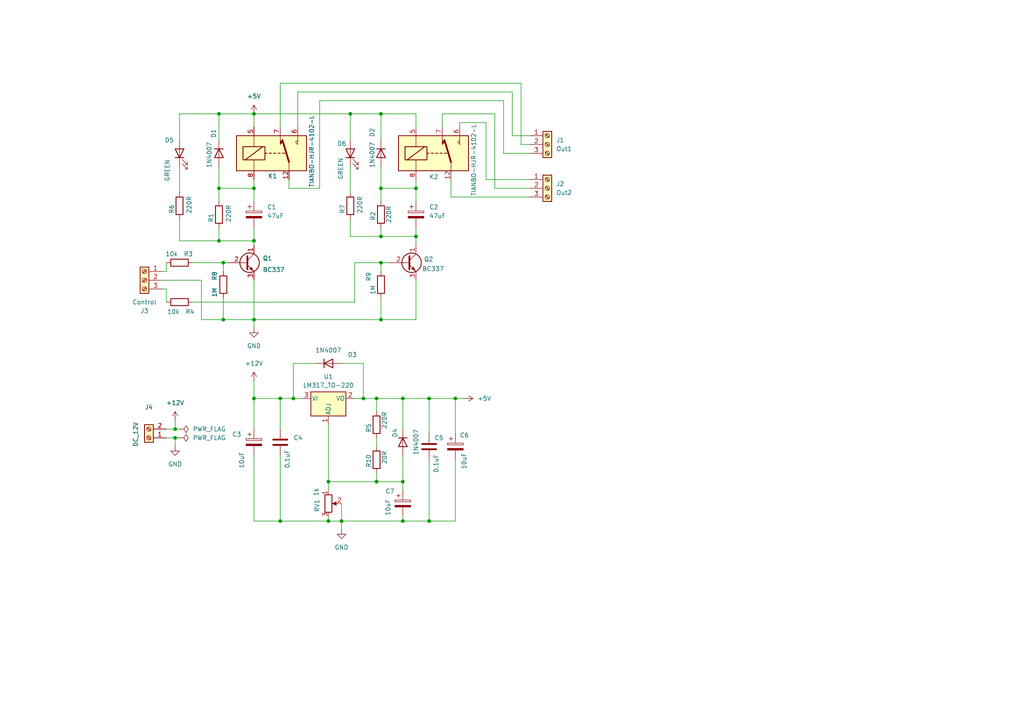
<source format=kicad_sch>
(kicad_sch (version 20231120) (generator "eeschema") (generator_version "8.0")
  (paper "A4")
  (lib_symbols
    (symbol "Connector:Screw_Terminal_01x02" (pin_names (offset 1.016) hide)
      (property "Reference" "J" (at 0 2.54 0))
      (property "Value" "Screw_Terminal_01x02" (at 0 -5.08 0))
      (symbol "Screw_Terminal_01x02_1_1"
        (rectangle (start -1.27 1.27) (end 1.27 -3.81) (stroke (width 0.254)) (fill (type background)))
        (circle (center 0 -2.54) (radius 0.635) (stroke (width 0.1524)))
        (polyline (pts (xy -0.5334 -2.2098) (xy 0.3302 -3.048)) (stroke (width 0.1524)))
        (polyline (pts (xy -0.5334 0.3302) (xy 0.3302 -0.508)) (stroke (width 0.1524)))
        (polyline (pts (xy -0.3556 -2.032) (xy 0.508 -2.8702)) (stroke (width 0.1524)))
        (polyline (pts (xy -0.3556 0.508) (xy 0.508 -0.3302)) (stroke (width 0.1524)))
        (circle (center 0 0) (radius 0.635) (stroke (width 0.1524)))
        (pin passive line (at -5.08 0 0) (length 3.81) (name "Pin_1") (number "1"))
        (pin passive line (at -5.08 -2.54 0) (length 3.81) (name "Pin_2") (number "2"))
      )
    )
    (symbol "Connector:Screw_Terminal_01x03" (pin_names (offset 1.016) hide)
      (property "Reference" "J" (at 0 5.08 0))
      (property "Value" "Screw_Terminal_01x03" (at 0 -5.08 0))
      (symbol "Screw_Terminal_01x03_1_1"
        (rectangle (start -1.27 3.81) (end 1.27 -3.81) (stroke (width 0.254)) (fill (type background)))
        (circle (center 0 -2.54) (radius 0.635) (stroke (width 0.1524)))
        (polyline (pts (xy -0.5334 -2.2098) (xy 0.3302 -3.048)) (stroke (width 0.1524)))
        (polyline (pts (xy -0.5334 0.3302) (xy 0.3302 -0.508)) (stroke (width 0.1524)))
        (polyline (pts (xy -0.5334 2.8702) (xy 0.3302 2.032)) (stroke (width 0.1524)))
        (polyline (pts (xy -0.3556 -2.032) (xy 0.508 -2.8702)) (stroke (width 0.1524)))
        (polyline (pts (xy -0.3556 0.508) (xy 0.508 -0.3302)) (stroke (width 0.1524)))
        (polyline (pts (xy -0.3556 3.048) (xy 0.508 2.2098)) (stroke (width 0.1524)))
        (circle (center 0 0) (radius 0.635) (stroke (width 0.1524)))
        (circle (center 0 2.54) (radius 0.635) (stroke (width 0.1524)))
        (pin passive line (at -5.08 2.54 0) (length 3.81) (name "Pin_1") (number "1"))
        (pin passive line (at -5.08 0 0) (length 3.81) (name "Pin_2") (number "2"))
        (pin passive line (at -5.08 -2.54 0) (length 3.81) (name "Pin_3") (number "3"))
      )
    )
    (symbol "Device:C" (pin_numbers hide) (pin_names (offset 0.254))
      (property "Reference" "C" (at 0.635 2.54 0))
      (property "Value" "C" (at 0.635 -2.54 0))
      (symbol "C_0_1"
        (polyline (pts (xy -2.032 -0.762) (xy 2.032 -0.762)) (stroke (width 0.508)))
        (polyline (pts (xy -2.032 0.762) (xy 2.032 0.762)) (stroke (width 0.508)))
      )
      (symbol "C_1_1"
        (pin passive line (at 0 3.81 270) (length 2.794) (name "~") (number "1"))
        (pin passive line (at 0 -3.81 90) (length 2.794) (name "~") (number "2"))
      )
    )
    (symbol "Device:C_Polarized" (pin_numbers hide) (pin_names (offset 0.254))
      (property "Reference" "C" (at 0.635 2.54 0))
      (property "Value" "C_Polarized" (at 0.635 -2.54 0))
      (symbol "C_Polarized_0_1"
        (rectangle (start -2.286 0.508) (end 2.286 1.016))
        (polyline (pts (xy -1.778 2.286) (xy -0.762 2.286)))
        (polyline (pts (xy -1.27 2.794) (xy -1.27 1.778)))
        (rectangle (start 2.286 -0.508) (end -2.286 -1.016) (fill (type outline)))
      )
      (symbol "C_Polarized_1_1"
        (pin passive line (at 0 3.81 270) (length 2.794) (name "~") (number "1"))
        (pin passive line (at 0 -3.81 90) (length 2.794) (name "~") (number "2"))
      )
    )
    (symbol "Device:LED" (pin_numbers hide) (pin_names (offset 1.016) hide)
      (property "Reference" "D" (at 0 2.54 0))
      (property "Value" "LED" (at 0 -2.54 0))
      (symbol "LED_0_1"
        (polyline (pts (xy -1.27 -1.27) (xy -1.27 1.27)) (stroke (width 0.254)))
        (polyline (pts (xy -1.27 0) (xy 1.27 0)))
        (polyline (pts (xy 1.27 -1.27) (xy 1.27 1.27) (xy -1.27 0) (xy 1.27 -1.27)) (stroke (width 0.254)))
        (polyline (pts (xy -3.048 -0.762) (xy -4.572 -2.286) (xy -3.81 -2.286) (xy -4.572 -2.286) (xy -4.572 -1.524)))
        (polyline (pts (xy -1.778 -0.762) (xy -3.302 -2.286) (xy -2.54 -2.286) (xy -3.302 -2.286) (xy -3.302 -1.524)))
      )
      (symbol "LED_1_1"
        (pin passive line (at -3.81 0 0) (length 2.54) (name "K") (number "1"))
        (pin passive line (at 3.81 0 180) (length 2.54) (name "A") (number "2"))
      )
    )
    (symbol "Device:R" (pin_numbers hide) (pin_names (offset 0))
      (property "Reference" "R" (at 2.032 0 90))
      (property "Value" "R" (at 0 0 90))
      (symbol "R_0_1"
        (rectangle (start -1.016 -2.54) (end 1.016 2.54) (stroke (width 0.254)))
      )
      (symbol "R_1_1"
        (pin passive line (at 0 3.81 270) (length 1.27) (name "~") (number "1"))
        (pin passive line (at 0 -3.81 90) (length 1.27) (name "~") (number "2"))
      )
    )
    (symbol "Device:R_Potentiometer" (pin_names (offset 1.016) hide)
      (property "Reference" "RV" (at -4.445 0 90))
      (property "Value" "R_Potentiometer" (at -2.54 0 90))
      (symbol "R_Potentiometer_0_1"
        (polyline (pts (xy 2.54 0) (xy 1.524 0)))
        (polyline (pts (xy 1.143 0) (xy 2.286 0.508) (xy 2.286 -0.508) (xy 1.143 0)) (fill (type outline)))
        (rectangle (start 1.016 2.54) (end -1.016 -2.54) (stroke (width 0.254)))
      )
      (symbol "R_Potentiometer_1_1"
        (pin passive line (at 0 3.81 270) (length 1.27) (name "1") (number "1"))
        (pin passive line (at 3.81 0 180) (length 1.27) (name "2") (number "2"))
        (pin passive line (at 0 -3.81 90) (length 1.27) (name "3") (number "3"))
      )
    )
    (symbol "Diode:1N4007" (pin_numbers hide) (pin_names hide)
      (property "Reference" "D" (at 0 2.54 0))
      (property "Value" "1N4007" (at 0 -2.54 0))
      (symbol "1N4007_0_1"
        (polyline (pts (xy -1.27 1.27) (xy -1.27 -1.27)) (stroke (width 0.254)))
        (polyline (pts (xy 1.27 0) (xy -1.27 0)))
        (polyline (pts (xy 1.27 1.27) (xy 1.27 -1.27) (xy -1.27 0) (xy 1.27 1.27)) (stroke (width 0.254)))
      )
      (symbol "1N4007_1_1"
        (pin passive line (at -3.81 0 0) (length 2.54) (name "K") (number "1"))
        (pin passive line (at 3.81 0 180) (length 2.54) (name "A") (number "2"))
      )
    )
    (symbol "Regulator_Linear:LM317_TO-220" (pin_names (offset 0.254))
      (property "Reference" "U" (at -3.81 3.175 0))
      (property "Value" "LM317_TO-220" (at 0 3.175 0))
      (symbol "LM317_TO-220_0_1"
        (rectangle (start -5.08 1.905) (end 5.08 -5.08) (stroke (width 0.254)) (fill (type background)))
      )
      (symbol "LM317_TO-220_1_1"
        (pin input line (at 0 -7.62 90) (length 2.54) (name "ADJ") (number "1"))
        (pin power_out line (at 7.62 0 180) (length 2.54) (name "VO") (number "2"))
        (pin power_in line (at -7.62 0 0) (length 2.54) (name "VI") (number "3"))
      )
    )
    (symbol "Relay:TIANBO-HJR-4102-L"
      (property "Reference" "K" (at 11.43 3.81 0))
      (property "Value" "TIANBO-HJR-4102-L" (at 11.43 1.27 0))
      (symbol "TIANBO-HJR-4102-L_0_0"
        (polyline (pts (xy 7.62 5.08) (xy 7.62 2.54) (xy 6.985 3.175) (xy 7.62 3.81)))
      )
      (symbol "TIANBO-HJR-4102-L_0_1"
        (rectangle (start -10.16 5.08) (end 10.16 -5.08) (stroke (width 0.254)) (fill (type background)))
        (rectangle (start -8.255 1.905) (end -1.905 -1.905) (stroke (width 0.254)))
        (polyline (pts (xy -7.62 -1.905) (xy -2.54 1.905)) (stroke (width 0.254)))
        (polyline (pts (xy -5.08 -5.08) (xy -5.08 -1.905)))
        (polyline (pts (xy -5.08 5.08) (xy -5.08 1.905)))
        (polyline (pts (xy -1.905 0) (xy -1.27 0)) (stroke (width 0.254)))
        (polyline (pts (xy -0.635 0) (xy 0 0)) (stroke (width 0.254)))
        (polyline (pts (xy 0.635 0) (xy 1.27 0)) (stroke (width 0.254)))
        (polyline (pts (xy 1.905 0) (xy 2.54 0)) (stroke (width 0.254)))
        (polyline (pts (xy 3.175 0) (xy 3.81 0)) (stroke (width 0.254)))
        (polyline (pts (xy 5.08 -2.54) (xy 3.175 3.81)) (stroke (width 0.508)))
        (polyline (pts (xy 5.08 -2.54) (xy 5.08 -5.08)))
        (polyline (pts (xy 2.54 5.08) (xy 2.54 2.54) (xy 3.175 3.175) (xy 2.54 3.81)) (fill (type outline)))
      )
      (symbol "TIANBO-HJR-4102-L_1_1"
        (pin passive line (at 5.08 -7.62 90) (length 2.54) (name "~") (number "12"))
        (pin passive line (at -5.08 7.62 270) (length 2.54) (name "~") (number "5"))
        (pin passive line (at 7.62 7.62 270) (length 2.54) (name "~") (number "6"))
        (pin passive line (at 2.54 7.62 270) (length 2.54) (name "~") (number "7"))
        (pin passive line (at -5.08 -7.62 90) (length 2.54) (name "~") (number "8"))
      )
    )
    (symbol "Transistor_BJT:BC337" (pin_names (offset 0) hide)
      (property "Reference" "Q" (at 5.08 1.905 0))
      (property "Value" "BC337" (at 5.08 0 0))
      (symbol "BC337_0_1"
        (polyline (pts (xy 0 0) (xy 0.635 0)))
        (polyline (pts (xy 0.635 0.635) (xy 2.54 2.54)))
        (polyline (pts (xy 0.635 -0.635) (xy 2.54 -2.54) (xy 2.54 -2.54)))
        (polyline (pts (xy 0.635 1.905) (xy 0.635 -1.905) (xy 0.635 -1.905)) (stroke (width 0.508)))
        (polyline (pts (xy 1.27 -1.778) (xy 1.778 -1.27) (xy 2.286 -2.286) (xy 1.27 -1.778) (xy 1.27 -1.778)) (fill (type outline)))
        (circle (center 1.27 0) (radius 2.8194) (stroke (width 0.254)))
      )
      (symbol "BC337_1_1"
        (pin passive line (at 2.54 5.08 270) (length 2.54) (name "C") (number "1"))
        (pin input line (at -5.08 0 0) (length 5.08) (name "B") (number "2"))
        (pin passive line (at 2.54 -5.08 90) (length 2.54) (name "E") (number "3"))
      )
    )
    (symbol "power:+12V" (power) (pin_numbers hide) (pin_names (offset 0) hide)
      (property "Value" "+12V" (at 0 3.556 0))
      (symbol "+12V_0_1"
        (polyline (pts (xy -0.762 1.27) (xy 0 2.54)))
        (polyline (pts (xy 0 0) (xy 0 2.54)))
        (polyline (pts (xy 0 2.54) (xy 0.762 1.27)))
      )
      (symbol "+12V_1_1"
        (pin power_in line (at 0 0 90) (length 0) (name "~") (number "1"))
      )
    )
    (symbol "power:+5V" (power) (pin_numbers hide) (pin_names (offset 0) hide)
      (property "Value" "+5V" (at 0 3.556 0))
      (symbol "+5V_0_1"
        (polyline (pts (xy -0.762 1.27) (xy 0 2.54)))
        (polyline (pts (xy 0 0) (xy 0 2.54)))
        (polyline (pts (xy 0 2.54) (xy 0.762 1.27)))
      )
      (symbol "+5V_1_1"
        (pin power_in line (at 0 0 90) (length 0) (name "~") (number "1"))
      )
    )
    (symbol "power:GND" (power) (pin_numbers hide) (pin_names (offset 0) hide)
      (property "Value" "GND" (at 0 -3.81 0))
      (symbol "GND_0_1"
        (polyline (pts (xy 0 0) (xy 0 -1.27) (xy 1.27 -1.27) (xy 0 -2.54) (xy -1.27 -1.27) (xy 0 -1.27)))
      )
      (symbol "GND_1_1"
        (pin power_in line (at 0 0 270) (length 0) (name "~") (number "1"))
      )
    )
    (symbol "power:PWR_FLAG" (power) (pin_numbers hide) (pin_names (offset 0) hide)
      (property "Value" "PWR_FLAG" (at 0 3.81 0))
      (symbol "PWR_FLAG_0_0"
        (pin power_out line (at 0 0 90) (length 0) (name "~") (number "1"))
      )
      (symbol "PWR_FLAG_0_1"
        (polyline (pts (xy 0 0) (xy 0 1.27) (xy -1.016 1.905) (xy 0 2.54) (xy 1.016 1.905) (xy 0 1.27)))
      )
    )
  )
  (junction (at 50.8 124.46))
  (junction (at 99.06 151.13))
  (junction (at 116.84 139.7))
  (junction (at 81.28 151.13))
  (junction (at 73.66 69.85))
  (junction (at 81.28 115.57))
  (junction (at 110.49 54.61))
  (junction (at 110.49 68.58))
  (junction (at 95.25 139.7))
  (junction (at 105.41 115.57))
  (junction (at 116.84 115.57))
  (junction (at 73.66 115.57))
  (junction (at 132.08 115.57))
  (junction (at 50.8 127))
  (junction (at 63.5 69.85))
  (junction (at 85.09 115.57))
  (junction (at 73.66 92.71))
  (junction (at 95.25 151.13))
  (junction (at 63.5 54.61))
  (junction (at 116.84 151.13))
  (junction (at 109.22 139.7))
  (junction (at 110.49 92.71))
  (junction (at 63.5 33.02))
  (junction (at 64.77 92.71))
  (junction (at 124.46 151.13))
  (junction (at 109.22 115.57))
  (junction (at 110.49 76.2))
  (junction (at 101.6 33.02))
  (junction (at 73.66 54.61))
  (junction (at 110.49 33.02))
  (junction (at 73.66 33.02))
  (junction (at 120.65 54.61))
  (junction (at 124.46 115.57))
  (junction (at 120.65 68.58))
  (junction (at 64.77 76.2))
  (wire (pts (xy 73.66 92.71) (xy 110.49 92.71)))
  (wire (pts (xy 48.26 124.46) (xy 50.8 124.46)))
  (wire (pts (xy 73.66 115.57) (xy 81.28 115.57)))
  (wire (pts (xy 120.65 33.02) (xy 120.65 36.83)))
  (wire (pts (xy 132.08 151.13) (xy 132.08 133.35)))
  (wire (pts (xy 116.84 139.7) (xy 116.84 142.24)))
  (wire (pts (xy 124.46 115.57) (xy 132.08 115.57)))
  (wire (pts (xy 124.46 133.35) (xy 124.46 151.13)))
  (wire (pts (xy 99.06 151.13) (xy 116.84 151.13)))
  (wire (pts (xy 58.42 92.71) (xy 64.77 92.71)))
  (wire (pts (xy 101.6 68.58) (xy 110.49 68.58)))
  (wire (pts (xy 63.5 33.02) (xy 52.07 33.02)))
  (wire (pts (xy 116.84 115.57) (xy 116.84 124.46)))
  (wire (pts (xy 46.99 78.74) (xy 48.26 78.74)))
  (wire (pts (xy 73.66 33.02) (xy 101.6 33.02)))
  (wire (pts (xy 151.13 41.91) (xy 153.67 41.91)))
  (wire (pts (xy 73.66 54.61) (xy 73.66 52.07)))
  (wire (pts (xy 73.66 81.28) (xy 73.66 92.71)))
  (wire (pts (xy 48.26 83.82) (xy 46.99 83.82)))
  (wire (pts (xy 87.63 115.57) (xy 85.09 115.57)))
  (wire (pts (xy 101.6 48.26) (xy 101.6 55.88)))
  (wire (pts (xy 116.84 149.86) (xy 116.84 151.13)))
  (wire (pts (xy 102.87 76.2) (xy 110.49 76.2)))
  (wire (pts (xy 110.49 33.02) (xy 120.65 33.02)))
  (wire (pts (xy 73.66 54.61) (xy 73.66 58.42)))
  (wire (pts (xy 81.28 115.57) (xy 81.28 124.46)))
  (wire (pts (xy 63.5 33.02) (xy 63.5 40.64)))
  (wire (pts (xy 140.97 52.07) (xy 153.67 52.07)))
  (wire (pts (xy 148.59 39.37) (xy 148.59 26.67)))
  (wire (pts (xy 140.97 35.56) (xy 140.97 52.07)))
  (wire (pts (xy 128.27 33.02) (xy 128.27 36.83)))
  (wire (pts (xy 52.07 127) (xy 50.8 127)))
  (wire (pts (xy 63.5 48.26) (xy 63.5 54.61)))
  (wire (pts (xy 120.65 52.07) (xy 120.65 54.61)))
  (wire (pts (xy 81.28 24.13) (xy 151.13 24.13)))
  (wire (pts (xy 99.06 151.13) (xy 99.06 146.05)))
  (wire (pts (xy 50.8 124.46) (xy 50.8 121.92)))
  (wire (pts (xy 120.65 68.58) (xy 120.65 66.04)))
  (wire (pts (xy 128.27 33.02) (xy 143.51 33.02)))
  (wire (pts (xy 81.28 151.13) (xy 95.25 151.13)))
  (wire (pts (xy 133.35 35.56) (xy 133.35 36.83)))
  (wire (pts (xy 120.65 54.61) (xy 120.65 58.42)))
  (wire (pts (xy 81.28 132.08) (xy 81.28 151.13)))
  (wire (pts (xy 63.5 69.85) (xy 63.5 66.04)))
  (wire (pts (xy 102.87 87.63) (xy 102.87 76.2)))
  (wire (pts (xy 58.42 81.28) (xy 58.42 92.71)))
  (wire (pts (xy 102.87 115.57) (xy 105.41 115.57)))
  (wire (pts (xy 110.49 66.04) (xy 110.49 68.58)))
  (wire (pts (xy 120.65 68.58) (xy 120.65 71.12)))
  (wire (pts (xy 46.99 81.28) (xy 58.42 81.28)))
  (wire (pts (xy 55.88 76.2) (xy 64.77 76.2)))
  (wire (pts (xy 99.06 105.41) (xy 105.41 105.41)))
  (wire (pts (xy 92.71 29.21) (xy 92.71 54.61)))
  (wire (pts (xy 124.46 115.57) (xy 124.46 125.73)))
  (wire (pts (xy 105.41 115.57) (xy 109.22 115.57)))
  (wire (pts (xy 95.25 151.13) (xy 99.06 151.13)))
  (wire (pts (xy 48.26 87.63) (xy 48.26 83.82)))
  (wire (pts (xy 110.49 92.71) (xy 120.65 92.71)))
  (wire (pts (xy 105.41 105.41) (xy 105.41 115.57)))
  (wire (pts (xy 73.66 66.04) (xy 73.66 69.85)))
  (wire (pts (xy 73.66 92.71) (xy 73.66 95.25)))
  (wire (pts (xy 120.65 92.71) (xy 120.65 81.28)))
  (wire (pts (xy 133.35 35.56) (xy 140.97 35.56)))
  (wire (pts (xy 63.5 54.61) (xy 73.66 54.61)))
  (wire (pts (xy 110.49 68.58) (xy 120.65 68.58)))
  (wire (pts (xy 95.25 149.86) (xy 95.25 151.13)))
  (wire (pts (xy 64.77 76.2) (xy 64.77 78.74)))
  (wire (pts (xy 109.22 115.57) (xy 116.84 115.57)))
  (wire (pts (xy 95.25 139.7) (xy 109.22 139.7)))
  (wire (pts (xy 95.25 139.7) (xy 95.25 142.24)))
  (wire (pts (xy 73.66 110.49) (xy 73.66 115.57)))
  (wire (pts (xy 143.51 54.61) (xy 153.67 54.61)))
  (wire (pts (xy 110.49 40.64) (xy 110.49 33.02)))
  (wire (pts (xy 101.6 63.5) (xy 101.6 68.58)))
  (wire (pts (xy 52.07 63.5) (xy 52.07 69.85)))
  (wire (pts (xy 130.81 57.15) (xy 153.67 57.15)))
  (wire (pts (xy 73.66 33.02) (xy 63.5 33.02)))
  (wire (pts (xy 132.08 115.57) (xy 132.08 125.73)))
  (wire (pts (xy 143.51 33.02) (xy 143.51 54.61)))
  (wire (pts (xy 63.5 69.85) (xy 73.66 69.85)))
  (wire (pts (xy 110.49 76.2) (xy 110.49 78.74)))
  (wire (pts (xy 86.36 26.67) (xy 86.36 36.83)))
  (wire (pts (xy 85.09 105.41) (xy 85.09 115.57)))
  (wire (pts (xy 110.49 54.61) (xy 110.49 58.42)))
  (wire (pts (xy 73.66 151.13) (xy 81.28 151.13)))
  (wire (pts (xy 64.77 86.36) (xy 64.77 92.71)))
  (wire (pts (xy 101.6 33.02) (xy 101.6 40.64)))
  (wire (pts (xy 99.06 151.13) (xy 99.06 153.67)))
  (wire (pts (xy 52.07 69.85) (xy 63.5 69.85)))
  (wire (pts (xy 52.07 33.02) (xy 52.07 40.64)))
  (wire (pts (xy 85.09 115.57) (xy 81.28 115.57)))
  (wire (pts (xy 63.5 54.61) (xy 63.5 58.42)))
  (wire (pts (xy 132.08 115.57) (xy 134.62 115.57)))
  (wire (pts (xy 92.71 54.61) (xy 83.82 54.61)))
  (wire (pts (xy 48.26 127) (xy 50.8 127)))
  (wire (pts (xy 55.88 87.63) (xy 102.87 87.63)))
  (wire (pts (xy 148.59 39.37) (xy 153.67 39.37)))
  (wire (pts (xy 146.05 29.21) (xy 92.71 29.21)))
  (wire (pts (xy 95.25 123.19) (xy 95.25 139.7)))
  (wire (pts (xy 52.07 124.46) (xy 50.8 124.46)))
  (wire (pts (xy 101.6 33.02) (xy 110.49 33.02)))
  (wire (pts (xy 116.84 115.57) (xy 124.46 115.57)))
  (wire (pts (xy 110.49 48.26) (xy 110.49 54.61)))
  (wire (pts (xy 73.66 36.83) (xy 73.66 33.02)))
  (wire (pts (xy 110.49 76.2) (xy 113.03 76.2)))
  (wire (pts (xy 91.44 105.41) (xy 85.09 105.41)))
  (wire (pts (xy 151.13 24.13) (xy 151.13 41.91)))
  (wire (pts (xy 73.66 69.85) (xy 73.66 71.12)))
  (wire (pts (xy 130.81 52.07) (xy 130.81 57.15)))
  (wire (pts (xy 73.66 132.08) (xy 73.66 151.13)))
  (wire (pts (xy 109.22 127) (xy 109.22 129.54)))
  (wire (pts (xy 64.77 92.71) (xy 73.66 92.71)))
  (wire (pts (xy 48.26 78.74) (xy 48.26 76.2)))
  (wire (pts (xy 83.82 54.61) (xy 83.82 52.07)))
  (wire (pts (xy 116.84 132.08) (xy 116.84 139.7)))
  (wire (pts (xy 124.46 151.13) (xy 132.08 151.13)))
  (wire (pts (xy 110.49 54.61) (xy 120.65 54.61)))
  (wire (pts (xy 52.07 48.26) (xy 52.07 55.88)))
  (wire (pts (xy 109.22 137.16) (xy 109.22 139.7)))
  (wire (pts (xy 50.8 127) (xy 50.8 129.54)))
  (wire (pts (xy 110.49 86.36) (xy 110.49 92.71)))
  (wire (pts (xy 109.22 115.57) (xy 109.22 119.38)))
  (wire (pts (xy 116.84 151.13) (xy 124.46 151.13)))
  (wire (pts (xy 81.28 24.13) (xy 81.28 36.83)))
  (wire (pts (xy 153.67 44.45) (xy 146.05 44.45)))
  (wire (pts (xy 109.22 139.7) (xy 116.84 139.7)))
  (wire (pts (xy 148.59 26.67) (xy 86.36 26.67)))
  (wire (pts (xy 64.77 76.2) (xy 66.04 76.2)))
  (wire (pts (xy 146.05 44.45) (xy 146.05 29.21)))
  (wire (pts (xy 73.66 115.57) (xy 73.66 124.46)))
  (symbol (lib_id "Device:R") (at 64.77 82.55 180) (unit 1)
    (property "Reference" "R8" (at 62.23 80.01 90))
    (property "Value" "1M" (at 62.23 84.836 90))
    (property "Footprint" "Resistor_THT:R_Axial_DIN0204_L3.6mm_D1.6mm_P7.62mm_Horizontal" (effects (hide yes)))
    (property "Description" "Resistor" (effects (hide yes)))
  )
  (symbol (lib_id "power:+12V") (at 73.66 110.49 0) (unit 1)
    (property "Reference" "#PWR05" (effects (hide yes)))
    (property "Value" "+12V" (at 73.66 105.41 0))
    (property "Description" "Power symbol creates a global label with name \"+12V\"" (effects (hide yes)))
  )
  (symbol (lib_id "Device:R") (at 110.49 82.55 180) (unit 1)
    (property "Reference" "R9" (at 106.934 80.264 90))
    (property "Value" "1M" (at 108.204 84.074 90))
    (property "Footprint" "Resistor_THT:R_Axial_DIN0204_L3.6mm_D1.6mm_P7.62mm_Horizontal" (effects (hide yes)))
    (property "Description" "Resistor" (effects (hide yes)))
  )
  (symbol (lib_id "Device:C") (at 81.28 128.27 0) (unit 1)
    (property "Reference" "C4" (at 85.09 126.9999 0) (effects (justify left)))
    (property "Value" "0.1uF" (at 83.312 135.89 90) (effects (justify left)))
    (property "Footprint" "Capacitor_THT:C_Disc_D3.0mm_W2.0mm_P2.50mm" (effects (hide yes)))
    (property "Description" "Unpolarized capacitor" (effects (hide yes)))
  )
  (symbol (lib_id "Device:R") (at 52.07 87.63 90) (unit 1)
    (property "Reference" "R4" (at 55.118 90.424 90))
    (property "Value" "10k" (at 50.292 90.424 90))
    (property "Footprint" "Resistor_THT:R_Axial_DIN0204_L3.6mm_D1.6mm_P7.62mm_Horizontal" (effects (hide yes)))
    (property "Description" "Resistor" (effects (hide yes)))
  )
  (symbol (lib_id "Device:C_Polarized") (at 73.66 62.23 0) (unit 1)
    (property "Reference" "C1" (at 77.47 60.0709 0) (effects (justify left)))
    (property "Value" "47uF" (at 77.47 62.6109 0) (effects (justify left)))
    (property "Footprint" "Capacitor_THT:CP_Radial_D5.0mm_P2.00mm" (effects (hide yes)))
    (property "Description" "Polarized capacitor" (effects (hide yes)))
  )
  (symbol (lib_id "Diode:1N4007") (at 110.49 44.45 270) (unit 1)
    (property "Reference" "D2" (at 107.95 37.084 0) (effects (justify left)))
    (property "Value" "1N4007" (at 107.95 41.148 0) (effects (justify left)))
    (property "Footprint" "Diode_THT:D_DO-41_SOD81_P10.16mm_Horizontal" (effects (hide yes)))
    (property "Datasheet" "http://www.vishay.com/docs/88503/1n4001.pdf" (effects (hide yes)))
    (property "Description" "1000V 1A General Purpose Rectifier Diode, DO-41" (effects (hide yes)))
    (property "Sim.Device" "D" (effects (hide yes)))
    (property "Sim.Pins" "1=K 2=A" (effects (hide yes)))
  )
  (symbol (lib_id "Device:LED") (at 52.07 44.45 90) (unit 1)
    (property "Reference" "D5" (at 47.752 40.64 90) (effects (justify right)))
    (property "Value" "GREEN" (at 48.514 46.228 0) (effects (justify right)))
    (property "Footprint" "LED_THT:LED_D3.0mm_Clear" (effects (hide yes)))
    (property "Description" "Light emitting diode" (effects (hide yes)))
  )
  (symbol (lib_id "power:PWR_FLAG") (at 52.07 127 270) (unit 1)
    (property "Reference" "#FLG02" (effects (hide yes)))
    (property "Value" "PWR_FLAG" (at 55.88 126.9999 90) (effects (justify left)))
    (property "Description" "Special symbol for telling ERC where power comes from" (effects (hide yes)))
  )
  (symbol (lib_id "Diode:1N4007") (at 95.25 105.41 0) (unit 1)
    (property "Reference" "D3" (at 100.838 102.87 0) (effects (justify left)))
    (property "Value" "1N4007" (at 91.44 101.6 0) (effects (justify left)))
    (property "Footprint" "Diode_THT:D_DO-41_SOD81_P10.16mm_Horizontal" (effects (hide yes)))
    (property "Datasheet" "http://www.vishay.com/docs/88503/1n4001.pdf" (effects (hide yes)))
    (property "Description" "1000V 1A General Purpose Rectifier Diode, DO-41" (effects (hide yes)))
    (property "Sim.Device" "D" (effects (hide yes)))
    (property "Sim.Pins" "1=K 2=A" (effects (hide yes)))
  )
  (symbol (lib_id "Device:LED") (at 101.6 44.45 90) (unit 1)
    (property "Reference" "D6" (at 97.79 41.656 90) (effects (justify right)))
    (property "Value" "GREEN" (at 98.806 45.72 0) (effects (justify right)))
    (property "Footprint" "LED_THT:LED_D3.0mm_Clear" (effects (hide yes)))
    (property "Description" "Light emitting diode" (effects (hide yes)))
  )
  (symbol (lib_id "Device:R") (at 109.22 133.35 180) (unit 1)
    (property "Reference" "R10" (at 106.934 135.636 90) (effects (justify right)))
    (property "Value" "20R" (at 111.506 134.62 90) (effects (justify right)))
    (property "Footprint" "Resistor_THT:R_Axial_DIN0204_L3.6mm_D1.6mm_P7.62mm_Horizontal" (effects (hide yes)))
    (property "Description" "Resistor" (effects (hide yes)))
  )
  (symbol (lib_id "Device:R") (at 52.07 59.69 180) (unit 1)
    (property "Reference" "R6" (at 49.784 61.976 90) (effects (justify right)))
    (property "Value" "220R" (at 54.864 61.976 90) (effects (justify right)))
    (property "Footprint" "Resistor_THT:R_Axial_DIN0204_L3.6mm_D1.6mm_P7.62mm_Horizontal" (effects (hide yes)))
    (property "Description" "Resistor" (effects (hide yes)))
  )
  (symbol (lib_id "Device:R") (at 52.07 76.2 90) (unit 1)
    (property "Reference" "R3" (at 54.61 73.66 90))
    (property "Value" "10k" (at 49.784 73.66 90))
    (property "Footprint" "Resistor_THT:R_Axial_DIN0204_L3.6mm_D1.6mm_P7.62mm_Horizontal" (effects (hide yes)))
    (property "Description" "Resistor" (effects (hide yes)))
  )
  (symbol (lib_id "Transistor_BJT:BC337") (at 71.12 76.2 0) (unit 1)
    (property "Reference" "Q1" (at 76.2 74.9299 0) (effects (justify left)))
    (property "Value" "BC337" (at 76.2 78.232 0) (effects (justify left)))
    (property "Footprint" "Package_TO_SOT_THT:TO-92_Inline" (effects (hide yes)))
    (property "Datasheet" "https://diotec.com/tl_files/diotec/files/pdf/datasheets/bc337.pdf" (effects (hide yes)))
    (property "Description" "0.8A Ic, 45V Vce, NPN Transistor, TO-92" (effects (hide yes)))
  )
  (symbol (lib_id "Device:C_Polarized") (at 73.66 128.27 0) (unit 1)
    (property "Reference" "C3" (at 67.31 125.984 0) (effects (justify left)))
    (property "Value" "10uF" (at 70.104 135.89 90) (effects (justify left)))
    (property "Footprint" "Capacitor_THT:CP_Radial_D4.0mm_P2.00mm" (effects (hide yes)))
    (property "Description" "Polarized capacitor" (effects (hide yes)))
  )
  (symbol (lib_id "power:GND") (at 50.8 129.54 0) (unit 1)
    (property "Reference" "#PWR07" (effects (hide yes)))
    (property "Value" "GND" (at 50.8 134.62 0))
    (property "Description" "Power symbol creates a global label with name \"GND\" , ground" (effects (hide yes)))
  )
  (symbol (lib_id "Connector:Screw_Terminal_01x03") (at 41.91 81.28 0) (mirror y) (unit 1)
    (property "Reference" "J3" (at 41.91 90.17 0))
    (property "Value" "Control" (at 41.91 87.63 0))
    (property "Footprint" "TerminalBlock_Phoenix:TerminalBlock_Phoenix_MKDS-3-3-5.08_1x03_P5.08mm_Horizontal" (effects (hide yes)))
    (property "Description" "Generic screw terminal, single row, 01x03, script generated (kicad-library-utils/schlib/autogen/connector/)" (effects (hide yes)))
  )
  (symbol (lib_id "Transistor_BJT:BC337") (at 118.11 76.2 0) (unit 1)
    (property "Reference" "Q2" (at 122.936 75.184 0) (effects (justify left)))
    (property "Value" "BC337" (at 122.428 77.978 0) (effects (justify left)))
    (property "Footprint" "Package_TO_SOT_THT:TO-92_Inline" (effects (hide yes)))
    (property "Datasheet" "https://diotec.com/tl_files/diotec/files/pdf/datasheets/bc337.pdf" (effects (hide yes)))
    (property "Description" "0.8A Ic, 45V Vce, NPN Transistor, TO-92" (effects (hide yes)))
  )
  (symbol (lib_id "power:+5V") (at 134.62 115.57 270) (unit 1)
    (property "Reference" "#PWR04" (effects (hide yes)))
    (property "Value" "+5V" (at 138.43 115.5699 90) (effects (justify left)))
    (property "Description" "Power symbol creates a global label with name \"+5V\"" (effects (hide yes)))
  )
  (symbol (lib_id "power:GND") (at 99.06 153.67 0) (unit 1)
    (property "Reference" "#PWR03" (effects (hide yes)))
    (property "Value" "GND" (at 99.06 158.75 0))
    (property "Description" "Power symbol creates a global label with name \"GND\" , ground" (effects (hide yes)))
  )
  (symbol (lib_id "power:GND") (at 73.66 95.25 0) (unit 1)
    (property "Reference" "#PWR02" (effects (hide yes)))
    (property "Value" "GND" (at 73.66 100.33 0))
    (property "Description" "Power symbol creates a global label with name \"GND\" , ground" (effects (hide yes)))
  )
  (symbol (lib_id "Device:C") (at 124.46 129.54 0) (unit 1)
    (property "Reference" "C5" (at 125.984 127 0) (effects (justify left)))
    (property "Value" "0.1uF" (at 126.492 137.16 90) (effects (justify left)))
    (property "Footprint" "Capacitor_THT:C_Disc_D3.0mm_W2.0mm_P2.50mm" (effects (hide yes)))
    (property "Description" "Unpolarized capacitor" (effects (hide yes)))
  )
  (symbol (lib_id "Device:R") (at 109.22 123.19 180) (unit 1)
    (property "Reference" "R5" (at 106.934 125.476 90) (effects (justify right)))
    (property "Value" "220R" (at 111.506 124.46 90) (effects (justify right)))
    (property "Footprint" "Resistor_THT:R_Axial_DIN0204_L3.6mm_D1.6mm_P7.62mm_Horizontal" (effects (hide yes)))
    (property "Description" "Resistor" (effects (hide yes)))
  )
  (symbol (lib_id "Device:C_Polarized") (at 132.08 129.54 0) (unit 1)
    (property "Reference" "C6" (at 133.35 126.238 0) (effects (justify left)))
    (property "Value" "10uF" (at 134.62 136.144 90) (effects (justify left)))
    (property "Footprint" "Capacitor_THT:CP_Radial_D4.0mm_P2.00mm" (effects (hide yes)))
    (property "Description" "Polarized capacitor" (effects (hide yes)))
  )
  (symbol (lib_id "power:PWR_FLAG") (at 52.07 124.46 270) (unit 1)
    (property "Reference" "#FLG01" (effects (hide yes)))
    (property "Value" "PWR_FLAG" (at 55.88 124.4599 90) (effects (justify left)))
    (property "Description" "Special symbol for telling ERC where power comes from" (effects (hide yes)))
  )
  (symbol (lib_id "Relay:TIANBO-HJR-4102-L") (at 125.73 44.45 0) (unit 1)
    (property "Reference" "K2" (at 124.46 51.308 0) (effects (justify left)))
    (property "Value" "TIANBO-HJR-4102-L" (at 137.414 56.896 90) (effects (justify left)))
    (property "Footprint" "Relay_THT:Relay_SPDT_HJR-4102" (effects (hide yes)))
    (property "Datasheet" "https://cdn-reichelt.de/documents/datenblatt/C300/DS_HJR4102E.pdf" (effects (hide yes)))
    (property "Description" "TIANBO HJR-4102-L, Single Pole Relay, 5mm Pitch, 3A" (effects (hide yes)))
  )
  (symbol (lib_id "power:+12V") (at 50.8 121.92 0) (unit 1)
    (property "Reference" "#PWR06" (effects (hide yes)))
    (property "Value" "+12V" (at 50.8 116.84 0))
    (property "Description" "Power symbol creates a global label with name \"+12V\"" (effects (hide yes)))
  )
  (symbol (lib_id "Connector:Screw_Terminal_01x03") (at 158.75 41.91 0) (unit 1)
    (property "Reference" "J1" (at 161.29 40.6399 0) (effects (justify left)))
    (property "Value" "Out1" (at 161.29 43.1799 0) (effects (justify left)))
    (property "Footprint" "TerminalBlock_Phoenix:TerminalBlock_Phoenix_MKDS-3-3-5.08_1x03_P5.08mm_Horizontal" (effects (hide yes)))
    (property "Description" "Generic screw terminal, single row, 01x03, script generated (kicad-library-utils/schlib/autogen/connector/)" (effects (hide yes)))
  )
  (symbol (lib_id "Connector:Screw_Terminal_01x03") (at 158.75 54.61 0) (unit 1)
    (property "Reference" "J2" (at 161.29 53.3399 0) (effects (justify left)))
    (property "Value" "Out2" (at 161.29 55.8799 0) (effects (justify left)))
    (property "Footprint" "TerminalBlock_Phoenix:TerminalBlock_Phoenix_MKDS-3-3-5.08_1x03_P5.08mm_Horizontal" (effects (hide yes)))
    (property "Description" "Generic screw terminal, single row, 01x03, script generated (kicad-library-utils/schlib/autogen/connector/)" (effects (hide yes)))
  )
  (symbol (lib_id "Device:R") (at 110.49 62.23 180) (unit 1)
    (property "Reference" "R2" (at 108.204 64.008 90) (effects (justify right)))
    (property "Value" "220R" (at 112.776 64.77 90) (effects (justify right)))
    (property "Footprint" "Resistor_THT:R_Axial_DIN0204_L3.6mm_D1.6mm_P7.62mm_Horizontal" (effects (hide yes)))
    (property "Description" "Resistor" (effects (hide yes)))
  )
  (symbol (lib_id "Device:R") (at 101.6 59.69 180) (unit 1)
    (property "Reference" "R7" (at 99.314 61.976 90) (effects (justify right)))
    (property "Value" "220R" (at 104.394 61.976 90) (effects (justify right)))
    (property "Footprint" "Resistor_THT:R_Axial_DIN0204_L3.6mm_D1.6mm_P7.62mm_Horizontal" (effects (hide yes)))
    (property "Description" "Resistor" (effects (hide yes)))
  )
  (symbol (lib_id "Relay:TIANBO-HJR-4102-L") (at 78.74 44.45 0) (unit 1)
    (property "Reference" "K1" (at 77.724 51.054 0) (effects (justify left)))
    (property "Value" "TIANBO-HJR-4102-L" (at 90.424 54.356 90) (effects (justify left)))
    (property "Footprint" "Relay_THT:Relay_SPDT_HJR-4102" (effects (hide yes)))
    (property "Datasheet" "https://cdn-reichelt.de/documents/datenblatt/C300/DS_HJR4102E.pdf" (effects (hide yes)))
    (property "Description" "TIANBO HJR-4102-L, Single Pole Relay, 5mm Pitch, 3A" (effects (hide yes)))
  )
  (symbol (lib_id "Device:R_Potentiometer") (at 95.25 146.05 0) (unit 1)
    (property "Reference" "RV1" (at 91.948 144.78 90) (effects (justify right)))
    (property "Value" "1k" (at 91.694 141.478 90) (effects (justify right)))
    (property "Footprint" "Potentiometer_THT:Potentiometer_Bourns_3266Y_Vertical" (effects (hide yes)))
    (property "Description" "Potentiometer" (effects (hide yes)))
  )
  (symbol (lib_id "Device:C_Polarized") (at 116.84 146.05 0) (unit 1)
    (property "Reference" "C7" (at 111.76 142.494 0) (effects (justify left)))
    (property "Value" "10uF" (at 112.522 149.606 90) (effects (justify left)))
    (property "Footprint" "Capacitor_THT:CP_Radial_D4.0mm_P2.00mm" (effects (hide yes)))
    (property "Description" "Polarized capacitor" (effects (hide yes)))
  )
  (symbol (lib_id "power:+5V") (at 73.66 33.02 0) (unit 1)
    (property "Reference" "#PWR01" (effects (hide yes)))
    (property "Value" "+5V" (at 73.66 27.94 0))
    (property "Description" "Power symbol creates a global label with name \"+5V\"" (effects (hide yes)))
  )
  (symbol (lib_id "Diode:1N4007") (at 116.84 128.27 270) (unit 1)
    (property "Reference" "D4" (at 114.554 124.206 0) (effects (justify left)))
    (property "Value" "1N4007" (at 120.65 124.46 0) (effects (justify left)))
    (property "Footprint" "Diode_THT:D_DO-41_SOD81_P10.16mm_Horizontal" (effects (hide yes)))
    (property "Datasheet" "http://www.vishay.com/docs/88503/1n4001.pdf" (effects (hide yes)))
    (property "Description" "1000V 1A General Purpose Rectifier Diode, DO-41" (effects (hide yes)))
    (property "Sim.Device" "D" (effects (hide yes)))
    (property "Sim.Pins" "1=K 2=A" (effects (hide yes)))
  )
  (symbol (lib_id "Connector:Screw_Terminal_01x02") (at 43.18 127 180) (unit 1)
    (property "Reference" "J4" (at 43.18 118.11 0))
    (property "Value" "DC_12V" (at 39.37 125.984 90))
    (property "Footprint" "TerminalBlock_Phoenix:TerminalBlock_Phoenix_MKDS-3-2-5.08_1x02_P5.08mm_Horizontal" (effects (hide yes)))
    (property "Description" "Generic screw terminal, single row, 01x02, script generated (kicad-library-utils/schlib/autogen/connector/)" (effects (hide yes)))
  )
  (symbol (lib_id "Diode:1N4007") (at 63.5 44.45 270) (unit 1)
    (property "Reference" "D1" (at 61.976 37.338 0) (effects (justify left)))
    (property "Value" "1N4007" (at 60.706 41.148 0) (effects (justify left)))
    (property "Footprint" "Diode_THT:D_DO-41_SOD81_P10.16mm_Horizontal" (effects (hide yes)))
    (property "Datasheet" "http://www.vishay.com/docs/88503/1n4001.pdf" (effects (hide yes)))
    (property "Description" "1000V 1A General Purpose Rectifier Diode, DO-41" (effects (hide yes)))
    (property "Sim.Device" "D" (effects (hide yes)))
    (property "Sim.Pins" "1=K 2=A" (effects (hide yes)))
  )
  (symbol (lib_id "Device:R") (at 63.5 62.23 180) (unit 1)
    (property "Reference" "R1" (at 61.214 64.516 90) (effects (justify right)))
    (property "Value" "220R" (at 66.294 64.516 90) (effects (justify right)))
    (property "Footprint" "Resistor_THT:R_Axial_DIN0204_L3.6mm_D1.6mm_P7.62mm_Horizontal" (effects (hide yes)))
    (property "Description" "Resistor" (effects (hide yes)))
  )
  (symbol (lib_id "Regulator_Linear:LM317_TO-220") (at 95.25 115.57 0) (unit 1)
    (property "Reference" "U1" (at 95.25 109.22 0))
    (property "Value" "LM317_TO-220" (at 95.25 111.76 0))
    (property "Footprint" "Package_TO_SOT_THT:TO-220-3_Vertical" (effects (hide yes)))
    (property "Datasheet" "http://www.ti.com/lit/ds/symlink/lm317.pdf" (effects (hide yes)))
    (property "Description" "1.5A 35V Adjustable Linear Regulator, TO-220" (effects (hide yes)))
  )
  (symbol (lib_id "Device:C_Polarized") (at 120.65 62.23 0) (unit 1)
    (property "Reference" "C2" (at 124.46 60.0709 0) (effects (justify left)))
    (property "Value" "47uF" (at 124.46 62.6109 0) (effects (justify left)))
    (property "Footprint" "Capacitor_THT:CP_Radial_D5.0mm_P2.00mm" (effects (hide yes)))
    (property "Description" "Polarized capacitor" (effects (hide yes)))
  )
)
</source>
